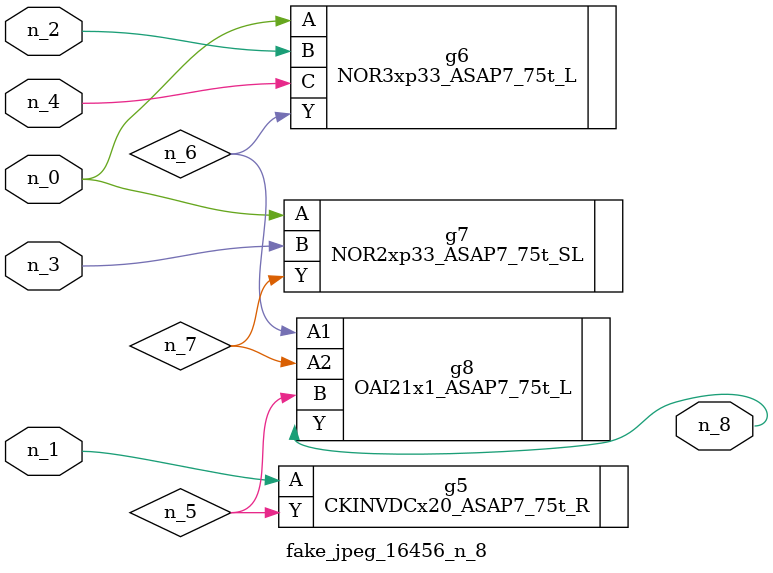
<source format=v>
module fake_jpeg_16456_n_8 (n_3, n_2, n_1, n_0, n_4, n_8);

input n_3;
input n_2;
input n_1;
input n_0;
input n_4;

output n_8;

wire n_6;
wire n_5;
wire n_7;

CKINVDCx20_ASAP7_75t_R g5 ( 
.A(n_1),
.Y(n_5)
);

NOR3xp33_ASAP7_75t_L g6 ( 
.A(n_0),
.B(n_2),
.C(n_4),
.Y(n_6)
);

NOR2xp33_ASAP7_75t_SL g7 ( 
.A(n_0),
.B(n_3),
.Y(n_7)
);

OAI21x1_ASAP7_75t_L g8 ( 
.A1(n_6),
.A2(n_7),
.B(n_5),
.Y(n_8)
);


endmodule
</source>
